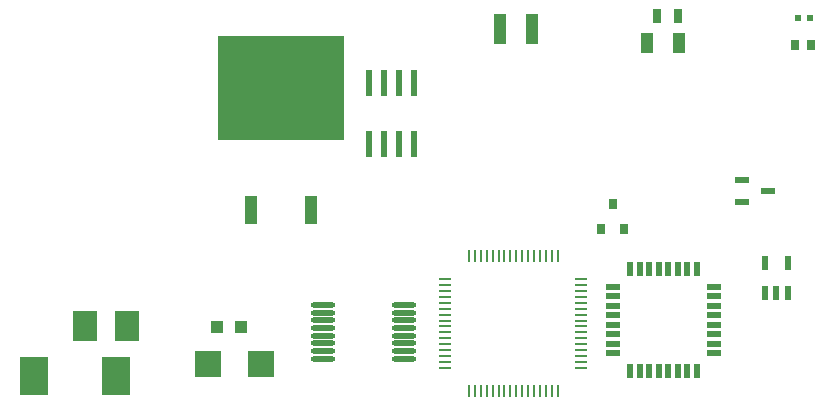
<source format=gbp>
G04 Layer_Color=16770453*
%FSLAX24Y24*%
%MOIN*%
G70*
G01*
G75*
%ADD18R,0.0200X0.0500*%
%ADD19R,0.0453X0.0236*%
%ADD20R,0.0315X0.0354*%
%ADD21R,0.0945X0.1299*%
%ADD22R,0.0906X0.0906*%
%ADD23O,0.0827X0.0177*%
%ADD24R,0.0787X0.0984*%
%ADD25R,0.0413X0.0945*%
%ADD26R,0.4193X0.3504*%
%ADD27R,0.0394X0.0394*%
%ADD28R,0.0433X0.1024*%
%ADD29R,0.0433X0.0669*%
%ADD30R,0.0240X0.0870*%
%ADD31R,0.0087X0.0394*%
%ADD32R,0.0394X0.0087*%
%ADD33R,0.0315X0.0472*%
%ADD34R,0.0315X0.0354*%
%ADD35R,0.0236X0.0197*%
%ADD36R,0.0500X0.0220*%
%ADD37R,0.0220X0.0500*%
D18*
X38961Y19520D02*
D03*
X38591Y18520D02*
D03*
X38211Y18520D02*
D03*
X38961D02*
D03*
X38211Y19520D02*
D03*
D19*
X37431Y21528D02*
D03*
Y22276D02*
D03*
X38317Y21902D02*
D03*
D20*
X33130Y21476D02*
D03*
X32756Y20650D02*
D03*
X33504D02*
D03*
D21*
X16581Y15736D02*
D03*
X13844D02*
D03*
D22*
X19626Y16154D02*
D03*
X21398D02*
D03*
D23*
X23468Y16325D02*
D03*
Y16581D02*
D03*
Y16837D02*
D03*
Y17093D02*
D03*
Y17348D02*
D03*
Y17604D02*
D03*
Y17860D02*
D03*
Y18116D02*
D03*
X26185Y16325D02*
D03*
Y16581D02*
D03*
Y16837D02*
D03*
Y17093D02*
D03*
Y17348D02*
D03*
Y17604D02*
D03*
Y17860D02*
D03*
Y18116D02*
D03*
D24*
X15549Y17406D02*
D03*
X16947D02*
D03*
D25*
X23059Y21268D02*
D03*
X21059D02*
D03*
D26*
X22059Y25343D02*
D03*
D27*
X19957Y17382D02*
D03*
X20744D02*
D03*
D28*
X30441Y27311D02*
D03*
X29378D02*
D03*
D29*
X35335Y26854D02*
D03*
X34272D02*
D03*
D30*
X26522Y23462D02*
D03*
X26022D02*
D03*
X25522D02*
D03*
X25022D02*
D03*
Y25522D02*
D03*
X25522D02*
D03*
X26022D02*
D03*
X26522D02*
D03*
D31*
X29917Y15232D02*
D03*
X29720D02*
D03*
X30311D02*
D03*
X30705D02*
D03*
X31098D02*
D03*
X30114D02*
D03*
X30508D02*
D03*
X30902D02*
D03*
X31295D02*
D03*
X29327D02*
D03*
X28933D02*
D03*
X28539D02*
D03*
X28342D02*
D03*
X28736D02*
D03*
X29130D02*
D03*
X29524D02*
D03*
X29720Y19760D02*
D03*
X29917D02*
D03*
X29327D02*
D03*
X28933D02*
D03*
X28539D02*
D03*
X29524D02*
D03*
X29130D02*
D03*
X28736D02*
D03*
X28342D02*
D03*
X30311D02*
D03*
X30705D02*
D03*
X31098D02*
D03*
X31295D02*
D03*
X30902D02*
D03*
X30508D02*
D03*
X30114D02*
D03*
D32*
X27555Y17398D02*
D03*
Y17594D02*
D03*
Y17004D02*
D03*
Y16610D02*
D03*
Y16217D02*
D03*
Y17201D02*
D03*
Y16807D02*
D03*
Y16413D02*
D03*
Y16020D02*
D03*
Y17988D02*
D03*
Y18382D02*
D03*
Y18776D02*
D03*
Y18972D02*
D03*
Y18579D02*
D03*
Y18185D02*
D03*
Y17791D02*
D03*
X32083Y17594D02*
D03*
Y17398D02*
D03*
Y17988D02*
D03*
Y18382D02*
D03*
Y18776D02*
D03*
Y17791D02*
D03*
Y18185D02*
D03*
Y18579D02*
D03*
Y18972D02*
D03*
Y17004D02*
D03*
Y16610D02*
D03*
Y16217D02*
D03*
Y16020D02*
D03*
Y16413D02*
D03*
Y16807D02*
D03*
Y17201D02*
D03*
D33*
X34606Y27736D02*
D03*
X35315D02*
D03*
D34*
X39748Y26783D02*
D03*
X39197D02*
D03*
D35*
X39307Y27665D02*
D03*
X39701D02*
D03*
D36*
X36513Y18717D02*
D03*
Y18402D02*
D03*
Y18087D02*
D03*
Y17772D02*
D03*
Y17457D02*
D03*
Y17142D02*
D03*
Y16827D02*
D03*
Y16512D02*
D03*
X33133D02*
D03*
Y16827D02*
D03*
Y17142D02*
D03*
Y17457D02*
D03*
Y17772D02*
D03*
Y18087D02*
D03*
Y18402D02*
D03*
Y18717D02*
D03*
D37*
X35925Y15924D02*
D03*
X35610D02*
D03*
X35295D02*
D03*
X34980D02*
D03*
X34665D02*
D03*
X34350D02*
D03*
X34035D02*
D03*
X33720D02*
D03*
Y19304D02*
D03*
X34035D02*
D03*
X34350D02*
D03*
X34665D02*
D03*
X34980D02*
D03*
X35295D02*
D03*
X35610D02*
D03*
X35925D02*
D03*
M02*

</source>
